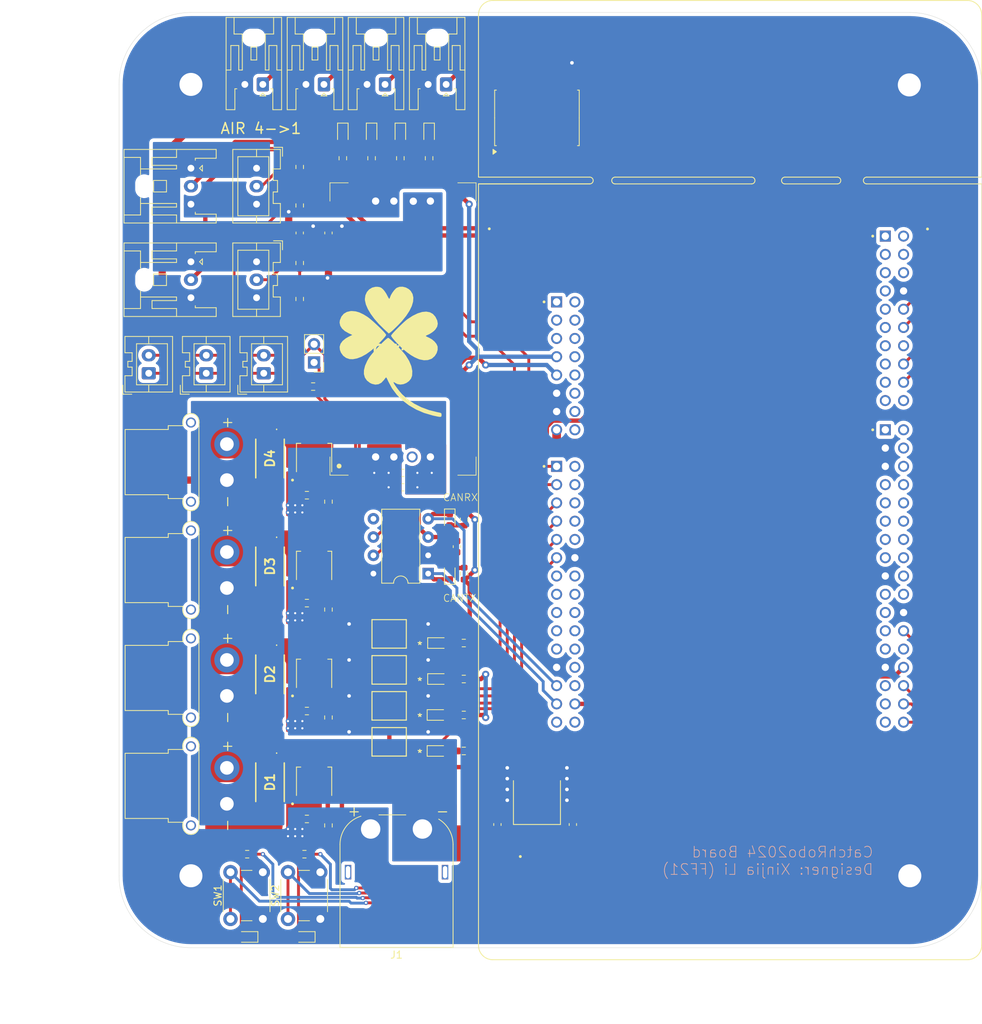
<source format=kicad_pcb>
(kicad_pcb (version 20240108) (generator "pcbnew") (generator_version "8.0")
  (title_block (title "Nucleo F767 Base Board") (date "2024-07-25") (rev "v1.0"))
  (layers (0 "F.Cu" signal) (31 "B.Cu" signal) (34 "B.Paste" user) (35 "F.Paste" user) (36 "B.SilkS" user "B.Silkscreen") (37 "F.SilkS" user "F.Silkscreen") (38 "B.Mask" user) (39 "F.Mask" user) (44 "Edge.Cuts" user))
  (net 0 "")
  (net 1 "GND")
  (net 24 "+9V")
  (net 71 "VDD")
  (net 72 "+5V")
  (net 73 "MOS_IN1")
  (net 74 "MOS_IN2")
  (net 75 "MOS_IN3")
  (net 76 "CANTX")
  (net 77 "CANRX")
  (net 78 "Net-(Q1-G)")
  (net 79 "Net-(Q2-G)")
  (net 80 "Net-(Q3-G)")
  (net 81 "Net-(Q4-G)")
  (net 82 "AIRIN4")
  (net 83 "CANH")
  (net 84 "Net-(J20-Pin_2)")
  (net 85 "Net-(J21-Pin_2)")
  (net 86 "ADC1")
  (net 87 "AIROUT3")
  (net 89 "AIRIN2")
  (net 90 "AIRIN3")
  (net 91 "CANL")
  (net 92 "AIRIN1")
  (net 93 "AIROUT1")
  (net 95 "AIROUT2")
  (net 98 "+5VP")
  (net 99 "Net-(D1-A)")
  (net 100 "Net-(D2-A)")
  (net 101 "Net-(D3-A)")
  (net 102 "Net-(D4-A)")
  (net 103 "AIROUT4")
  (net 104 "PWM1")
  (net 110 "Net-(D7-A)")
  (net 111 "Net-(D8-A)")
  (net 113 "Net-(D5-A)")
  (net 114 "Net-(D6-A)")
  (net 115 "MOS_IN4")
  (net 116 "LED1")
  (net 117 "LED2")
  (net 118 "SW1")
  (net 119 "SW2")
  (net 120 "Net-(D9-A)")
  (net 121 "Net-(D10-A)")
  (net 122 "Net-(D11-A)")
  (net 123 "Net-(D12-A)")
  (net 124 "Net-(D13-A)")
  (net 125 "Net-(D14-A)")
  (net 126 "Net-(D15-A)")
  (net 127 "Net-(D16-A)")
  (net 128 "Net-(J2-Pin_1)")
  (net 129 "PWM2")
  (net 130 "Net-(IC1-Vo)")
  (net 131 "Net-(IC2-Vo)")
  (net 132 "Net-(IC3-Vo)")
  (net 133 "Net-(IC4-Vo)")
  (net 134 "+3.3V")
  (net 135 "ADC2")
  (footprint "Resistor_SMD:R_0603_1608Metric" (layer "F.Cu") (at 77.955 127.65 180)
    (property "Reference" "R16" (hide yes))
    (property "Value" "1k")
  )
  (footprint "Package_DIP:DIP-8_W7.62mm" (layer "F.Cu") (at 73 108 180)
    (property "Reference" "U6" (hide yes))
    (property "Value" "MCP2551-I-P")
  )
  (footprint "TLP152:5PIN_SO6_TOS" (layer "F.Cu") (at 67.5717 116.38 180)
    (property "Reference" "IC4" (hide yes))
    (property "Value" "TLP152" (hide yes))
  )
  (footprint "Connector_JST:JST_XA_B03B-XASK-1_1x03_P2.50mm_Vertical" (layer "F.Cu") (at 49.13 51.65 -90)
    (property "Reference" "J20" (hide yes))
    (property "Value" "Conn_01x03_Pin" (hide yes))
  )
  (footprint "Resistor_SMD:R_0603_1608Metric" (layer "F.Cu") (at 78 100.5 -90)
    (property "Reference" "R22" (hide yes))
    (property "Value" "1k")
  )
  (footprint "Connector_JST:JST_XA_S02B-XASK-1_1x02_P2.50mm_Horizontal" (layer "F.Cu") (at 50 40 180)
    (property "Reference" "J17" (hide yes))
    (property "Value" "Conn_01x02_Pin" (hide yes))
  )
  (footprint "Connector_JST:JST_XA_B03B-XASK-1_1x03_P2.50mm_Vertical" (layer "F.Cu") (at 49.13 64.65 -90)
    (property "Reference" "J21" (hide yes))
    (property "Value" "Conn_01x03_Pin" (hide yes))
  )
  (footprint "LED_SMD:LED_0603_1608Metric" (layer "F.Cu") (at 76 108 90)
    (property "Reference" "D7" (hide yes))
    (property "Value" "LED" (hide yes))
  )
  (footprint "Connector_JST:JST_XA_S03B-XASK-1_1x03_P2.50mm_Horizontal" (layer "F.Cu") (at 40 51.65 -90)
    (property "Reference" "J24" (hide yes))
    (property "Value" "Conn_01x03_Pin" (hide yes))
  )
  (footprint "MC78M09CDTRKG:VREG_MC78M09CDTRKG" (layer "F.Cu") (at 88.13 140.65 90)
    (property "Reference" "U1" (hide yes))
    (property "Value" "MC78M09CDTRKG" (hide yes))
  )
  (footprint "Connector_JST:JST_XA_B02B-XASK-1_1x02_P2.50mm_Vertical" (layer "F.Cu") (at 50.13 80.15 90)
    (property "Reference" "J3" (hide yes))
    (property "Value" "Conn_01x02_Pin" (hide yes))
  )
  (footprint "Capacitor_SMD:C_0603_1608Metric" (layer "F.Cu") (at 82.63 142.875 90)
    (property "Reference" "C2" (hide yes))
    (property "Value" "10u")
  )
  (footprint "LED_SMD:LED_0603_1608Metric" (layer "F.Cu") (at 74.4175 117.65)
    (property "Reference" "D16" (hide yes))
    (property "Value" "LED" (hide yes))
  )
  (footprint "Resistor_SMD:R_0603_1608Metric" (layer "F.Cu") (at 59.13 98 90)
    (property "Reference" "R7" (hide yes))
    (property "Value" "10")
  )
  (footprint "Resistor_SMD:R_0603_1608Metric" (layer "F.Cu") (at 55.13 64.825 -90)
    (property "Reference" "R13" (hide yes))
    (property "Value" "1k")
  )
  (footprint "Resistor_SMD:R_0603_1608Metric" (layer "F.Cu") (at 77.955 132.65 180)
    (property "Reference" "R15" (hide yes))
    (property "Value" "1k")
  )
  (footprint "MOSFET:DPAK127P_600X120-5N" (layer "F.Cu") (at 57.13 92)
    (property "Reference" "Q4" (hide yes))
    (property "Value" "RS6G120BGTB1" (hide yes))
  )
  (footprint "TLP152:5PIN_SO6_TOS" (layer "F.Cu") (at 67.5717 126.38 180)
    (property "Reference" "IC2" (hide yes))
    (property "Value" "TLP152" (hide yes))
  )
  (footprint "Capacitor_SMD:C_0603_1608Metric" (layer "F.Cu") (at 93.13 142.875 90)
    (property "Reference" "C1" (hide yes))
    (property "Value" "10u")
  )
  (footprint "LED_SMD:LED_0603_1608Metric" (layer "F.Cu") (at 74.3425 127.65)
    (property "Reference" "D14" (hide yes))
    (property "Value" "LED" (hide yes))
  )
  (footprint "LED_SMD:LED_0603_1608Metric" (layer "F.Cu") (at 74.3425 132.65)
    (property "Reference" "D13" (hide yes))
    (property "Value" "LED" (hide yes))
  )
  (footprint "Resistor_SMD:R_0603_1608Metric" (layer "F.Cu") (at 77.955 117.65 180)
    (property "Reference" "R18" (hide yes))
    (property "Value" "1k")
  )
  (footprint "Connector_AMASS:AMASS_XT30PW-F_1x02_P2.50mm_Horizontal" (layer "F.Cu") (at 45 110 90)
    (property "Reference" "J6" (hide yes))
    (property "Value" "Conn_01x02_Pin" (hide yes))
  )
  (footprint "Resistor_SMD:R_0603_1608Metric" (layer "F.Cu") (at 59.13 113 90)
    (property "Reference" "R5" (hide yes))
    (property "Value" "10")
  )
  (footprint "Resistor_SMD:R_0603_1608Metric" (layer "F.Cu") (at 69.13 50.26 90)
    (property "Reference" "R23" (hide yes))
    (property "Value" "1k")
  )
  (footprint "PDS540:PDS54013" (layer "F.Cu") (at 51 107 -90)
    (property "Reference" "D3")
    (property "Value" "D" (hide yes))
  )
  (footprint "LED_SMD:LED_0603_1608Metric" (layer "F.Cu") (at 55.7875 158.5 180)
    (property "Reference" "D6" (hide yes))
    (property "Value" "LED" (hide yes))
  )
  (footprint "Capacitor_SMD:C_0603_1608Metric" (layer "F.Cu") (at 59.13 60.65 -90)
    (property "Reference" "C8" (hide yes))
    (property "Value" "10u")
  )
  (footprint "Resistor_SMD:R_0603_1608Metric" (layer "F.Cu") (at 55.13 51.475 -90)
    (property "Reference" "R11" (hide yes))
    (property "Value" "1k")
  )
  (footprint "Button_Switch_THT:SW_PUSH_6mm" (layer "F.Cu") (at 53.5 156 90)
    (property "Reference" "SW2")
    (property "Value" "SW_Push" (hide yes))
  )
  (footprint "Resistor_SMD:R_0603_1608Metric" (layer "F.Cu") (at 56.13 127.1 180)
    (property "Reference" "R4" (hide yes))
    (property "Value" "10k")
  )
  (footprint "MOSFET:DPAK127P_600X120-5N" (layer "F.Cu") (at 57.13 122)
    (property "Reference" "Q2" (hide yes))
    (property "Value" "RS6G120BGTB1" (hide yes))
  )
  (footprint "Resistor_SMD:R_0603_1608Metric" (layer "F.Cu") (at 61.13 50.26 90)
    (property "Reference" "R25" (hide yes))
    (property "Value" "1k")
  )
  (footprint "LED_SMD:LED_0603_1608Metric" (layer "F.Cu") (at 47.825 158.5 180)
    (property "Reference" "D5" (hide yes))
    (property "Value" "LED" (hide yes))
  )
  (footprint "Connector_PinHeader_2.54mm:PinHeader_1x02_P2.54mm_Vertical" (layer "F.Cu") (at 57.13 78.65 180)
    (property "Reference" "J2" (hide yes))
    (property "Value" "Conn_01x02_Pin" (hide yes))
  )
  (footprint "Connector_AMASS:AMASS_XT30PW-F_1x02_P2.50mm_Horizontal" (layer "F.Cu") (at 45 95 90)
    (property "Reference" "J7" (hide yes))
    (property "Value" "Conn_01x02_Pin" (hide yes))
  )
  (footprint "nucleo-f767:ST_NUCLEO-F767ZI" (layer "F.Cu") (at 115 95)
    (property "Reference" "A1" (hide yes))
    (property "Value" "NUCLEO-F767ZI" (hide yes))
  )
  (footprint "library:icon" (layer "F.Cu") (at 67.75 77)
    (property "Reference" "G***")
    (property "Value" "LOGO" (hide yes))
  )
  (footprint "Resistor_SMD:R_0603_1608Metric" (layer "F.Cu") (at 56.13 142.1 180)
    (property "Reference" "R2" (hide yes))
    (property "Value" "10k")
  )
  (footprint "LED_SMD:LED_0603_1608Metric" (layer "F.Cu") (at 69.13 46.8625 -90)
    (property "Reference" "D10" (hide yes))
    (property "Value" "LED" (hide yes))
  )
  (footprint "Resistor_SMD:R_0603_1608Metric" (layer "F.Cu") (at 55.7875 147 180)
    (property "Reference" "R19" (hide yes))
    (property "Value" "1k")
  )
  (footprint "Button_Switch_THT:SW_PUSH_6mm" (layer "F.Cu") (at 45.5 156 90)
    (property "Reference" "SW1")
    (property "Value" "SW_Push" (hide yes))
  )
  (footprint "Capacitor_SMD:C_0603_1608Metric" (layer "F.Cu") (at 69.5 96 180)
    (property "Reference" "C5" (hide yes))
    (property "Value" "10u")
  )
  (footprint "Resistor_SMD:R_0603_1608Metric" (layer "F.Cu") (at 55.13 69.825 -90)
    (property "Reference" "R14" (hide yes))
    (property "Value" "1.5k")
  )
  (footprint "Resistor_SMD:R_0603_1608Metric" (layer "F.Cu") (at 56.13 112.1 180)
    (property "Reference" "R6" (hide yes))
    (property "Value" "10k")
  )
  (footprint "TPS5450-module:TPS5450-module" (layer "F.Cu") (at 69.5 74 90)
    (property "Reference" "U5" (hide yes))
    (property "Value" "TPS5450")
  )
  (footprint "TLP152:5PIN_SO6_TOS" (layer "F.Cu") (at 67.5717 121.38 180)
    (property "Reference" "IC3" (hide yes))
    (property "Value" "TLP152" (hide yes))
  )
  (footprint "Connector_JST:JST_XA_S02B-XASK-1_1x02_P2.50mm_Horizontal" (layer "F.Cu") (at 58.5 40 180)
    (property "Reference" "J16" (hide yes))
    (property "Value" "Conn_01x02_Pin" (hide yes))
  )
  (footprint "LED_SMD:LED_0603_1608Metric" (layer "F.Cu") (at 76 100.5 -90)
    (property "Reference" "D8" (hide yes))
    (property "Value" "LED" (hide yes))
  )
  (footprint "Resistor_SMD:R_0603_1608Metric" (layer "F.Cu") (at 65.13 50.26 90)
    (property "Reference" "R24" (hide yes))
    (property "Value" "1k")
  )
  (footprint "LED_SMD:LED_0603_1608Metric" (layer "F.Cu") (at 65.13 46.8625 -90)
    (property "Reference" "D11" (hide yes))
    (property "Value" "LED" (hide yes))
  )
  (footprint "Connector_JST:JST_XA_S02B-XASK-1_1x02_P2.50mm_Horizontal" (layer "F.Cu") (at 75.5 40 180)
    (property "Reference" "J14" (hide yes))
    (property "Value" "Conn_01x02_Pin" (hide yes))
  )
  (footprint "LED_SMD:LED_0603_1608Metric" (layer "F.Cu") (at 73.13 46.8625 -90)
    (property "Reference" "D9" (hide yes))
    (property "Value" "LED" (hide yes))
  )
  (footprint "Resistor_SMD:R_0603_1608Metric" (layer "F.Cu") (at 47.825 147 180)
    (property "Reference" "R9" (hide yes))
    (property "Value" "1k")
  )
  (footprint "MOSFET:DPAK127P_600X120-5N" (layer "F.Cu") (at 57.13 137)
    (property "Reference" "Q1" (hide yes))
    (property "Value" "RS6G120BGTB1" (hide yes))
  )
  (footprint "LED_SMD:LED_0603_1608Metric" (layer "F.Cu") (at 61.13 46.8625 -90)
    (property "Reference" "D12" (hide yes))
    (property "Value" "LED" (hide yes))
  )
  (footprint "Resistor_SMD:R_0603_1608Metric" (layer "F.Cu") (at 78 108 90)
    (property "Reference" "R21" (hide yes))
    (property "Value" "1k")
  )
  (footprint "Resistor_SMD:R_0603_1608Metric" (layer "F.Cu") (at 73.13 50.26 90)
    (property "Reference" "R20" (hide yes))
    (property "Value" "1k")
  )
  (footprint "Connector_JST:JST_XA_S02B-XASK-1_1x02_P2.50mm_Horizontal" (layer "F.Cu") (at 67 40 180)
    (property "Reference" "J15" (hide yes))
    (property "Value" "Conn_01x02_Pin" (hide yes))
  )
  (footprint "PDS540:PDS54013" (layer "F.Cu") (at 51 92 -90)
    (property "Reference" "D4")
    (property "Value" "D" (hide yes))
  )
  (footprint "Capacitor_SMD:C_0603_1608Metric" (layer "F.Cu") (at 55.13 60.65 -90)
    (property "Reference" "C7" (hide yes))
    (property "Value" "0.1u")
  )
  (footprint "Resistor_SMD:R_0603_1608Metric" (layer "F.Cu") (at 56.13 97.1 180)
    (property "Reference" "R8" (hide yes))
    (property "Value" "10k")
  )
  (footprint "Connector_AMASS:AMASS_XT30PW-F_1x02_P2.50mm_Horizontal" (layer "F.Cu") (at 45 125 90)
    (property "Reference" "J5" (hide yes))
    (property "Value" "Conn_01x02_Pin" (hide yes))
  )
  (footprint "Resistor_SMD:R_0603_1608Metric" (layer "F.Cu") (at 59.13 143 90)
    (property "Reference" "R1" (hide yes))
    (property "Value" "10")
  )
  (footprint "Capacitor_SMD:C_0603_1608Metric" (layer "F.Cu") (at 69.5 94 180)
    (property "Reference" "C6" (hide yes))
    (property "Value" "0.1u")
  )
  (footprint "TLP152:5PIN_SO6_TOS" (layer "F.Cu") (at 67.5717 131.38 180)
    (property "Reference" "IC1" (hide yes))
    (property "Value" "TLP152" (hide yes))
  )
  (footprint "PDS540:PDS54013" (layer "F.Cu") (at 51 137 -90)
    (property "Reference" "D1")
    (property "Value" "D" (hide yes))
  )
  (footprint "Resistor_SMD:R_0603_1608Metric" (layer "F.Cu") (at 57 82 180)
    (property "Reference" "R10" (hide yes))
    (property "Value" "120")
  )
  (footprint "Capacitor_SMD:C_0603_1608Metric" (layer "F.Cu") (at 77 104.25 -90)
    (property "Reference" "C3" (hide yes))
    (property "Value" "0.1u")
  )
  (footprint "Resistor_SMD:R_0603_1608Metric" (layer "F.Cu") (at 77.955 122.65 180)
    (property "Reference" "R17" (hide yes))
    (property "Value" "1k")
  )
  (footprint "Resistor_SMD:R_0603_1608Metric" (layer "F.Cu") (at 55.13 56.825 -90)
    (property "Reference" "R12" (hide yes))
    (property "Value" "1.5k")
  )
  (footprint "Connector_JST:JST_XA_S03B-XASK-1_1x03_P2.50mm_Horizontal" (layer "F.Cu") (at 40 64.65 -90)
    (property "Reference" "J25" (hide yes))
    (property "Value" "Conn_01x03_Pin" (hide yes))
  )
  (footprint "Connector_AMASS:AMASS_XT30PW-F_1x02_P2.50mm_Horizontal" (layer "F.Cu") (at 45 140 90)
    (property "Reference" "J4" (hide yes))
    (property "Value" "Conn_01x02_Pin" (hide yes))
  )
  (footprint "PDS540:PDS54013" (layer "F.Cu") (at 51 122 -90)
    (property "Reference" "D2")
    (property "Value" "D" (hide yes))
  )
  (footprint "Connector_AMASS:AMASS_XT60PW-M_1x02_P7.20mm_Horizontal" (layer "F.Cu") (at 72.2 143.5 180)
    (property "Reference" "J1")
    (property "Value" "Conn_01x02_Pin" (hide yes))
  )
  (footprint "Connector_JST:JST_XA_B02B-XASK-1_1x02_P2.50mm_Vertical" (layer "F.Cu") (at 34.13 80.15 90)
    (property "Reference" "J8" (hide yes))
    (property "Value" "Conn_01x02_Pin" (hide yes))
  )
  (footprint "Connector_JST:JST_XA_B02B-XASK-1_1x02_P2.50mm_Vertical" (layer "F.Cu") (at 42.13 80.15 90)
    (property "Reference" "J9" (hide yes))
    (property "Value" "Conn_01x02_Pin" (hide yes))
  )
  (footprint "LED_SMD:LED_0603_1608Metric" (layer "F.Cu") (at 74.4175 122.65)
    (property "Reference" "D15" (hide yes))
    (property "Value" "LED" (hide yes))
  )
  (footprint "Package_SO:SOIC-18W_7.5x11.6mm_P1.27mm" (layer "F.Cu") (at 88.13 44.65 90)
    (property "Reference" "U4" (hide yes))
    (property "Value" "TBD62783A")
  )
  (footprint "Resistor_SMD:R_0603_1608Metric" (layer "F.Cu") (at 59.13 128 90)
    (property "Reference" "R3" (hide yes))
    (property "Value" "10")
  )
  (footprint "MOSFET:DPAK127P_600X120-5N" (layer "F.Cu") (at 57.13 107)
    (property "Reference" "Q3" (hide yes))
    (property "Value" "RS6G120BGTB1" (hide yes))
  )
  (gr_line (start 150 150) (end 150 40) (stroke (width 0.05)) (layer "Edge.Cuts"))
  (gr_arc (start 150 150) (mid 147.071068 157.071068) (end 140 160) (stroke (width 0.05)) (layer "Edge.Cuts"))
  (gr_arc (start 140 30) (mid 147.071068 32.928932) (end 150 40) (stroke (width 0.05)) (layer "Edge.Cuts"))
  (gr_line (start 30 40) (end 30 150) (stroke (width 0.05)) (layer "Edge.Cuts"))
  (gr_arc (start 30 40) (mid 32.928932 32.928932) (end 40 30) (stroke (width 0.05)) (layer "Edge.Cuts"))
  (gr_arc (start 40 160) (mid 32.928932 157.071068) (end 30 150) (stroke (width 0.05)) (layer "Edge.Cuts"))
  (gr_line (start 40 160) (end 140 160) (stroke (width 0.05)) (layer "Edge.Cuts"))
  (gr_line (start 140 30) (end 40 30) (stroke (width 0.05)) (layer "Edge.Cuts"))
  (gr_text "CatchRobo2024 Board\nDesigner: Xinjia Li (FF21)" (at 135 150 0) (layer "B.SilkS") (effects (font (size 1.5 1.5) (thickness 0.1)) (justify left bottom mirror)))
  (gr_text "CANRX" (at 75 98 0) (layer "F.SilkS") (effects (font (size 1 1) (thickness 0.1)) (justify left bottom)))
  (gr_text "AIR 4->1" (at 44 47 0) (layer "F.SilkS") (effects (font (size 1.5 1.5) (thickness 0.2) (bold yes)) (justify left bottom)))
  (gr_text "CANTX" (at 75 112 0) (layer "F.SilkS") (effects (font (size 1 1) (thickness 0.1)) (justify left bottom)))
  (segment (start 55.13 61.425) (end 54.655 61.425) (width 1) (layer "F.Cu") (net 1))
  (segment (start 50.13 70.65) (end 49.13 69.65) (width 0.4) (layer "F.Cu") (net 1))
  (segment (start 62.11 125.11) (end 62 125) (width 0.6) (layer "F.Cu") (net 1))
  (segment (start 64.13 130.11) (end 62.11 130.11) (width 0.6) (layer "F.Cu") (net 1))
  (segment (start 48.6125 157.3875) (end 48.6125 158.5) (width 0.6) (layer "F.Cu") (net 1))
  (segment (start 62.11 120.11) (end 62 120) (width 0.6) (layer "F.Cu") (net 1))
  (segment (start 59.13 66.77) (end 59 66.9) (width 1) (layer "F.Cu") (net 1))
  (segment (start 73 105.46) (end 76.565 105.46) (width 0.6) (layer "F.Cu") (net 1))
  (segment (start 93.21 37.21) (end 93 37) (width 0.6) (layer "F.Cu") (net 1))
  (segment (start 62.11 115.11) (end 62 115) (width 0.6) (layer "F.Cu") (net 1))
  (segment (start 64.13 120.11) (end 62.11 120.11) (width 0.6) (layer "F.Cu") (net 1))
  (segment (start 93.21 40) (end 93.21 37.21) (width 0.6) (layer "F.Cu") (net 1))
  (segment (start 54.655 61.425) (end 53.6 60.37) (width 1) (layer "F.Cu") (net 1))
  (segment (start 72.89 130.11) (end 73 130) (width 0.6) (layer "F.Cu") (net 1))
  (segment (start 72.89 125.11) (end 73 125) (width 0.6) (layer "F.Cu") (net 1))
  (segment (start 53.65 57.65) (end 53.6 57.7) (width 0.4) (layer "F.Cu") (net 1))
  (segment (start 55.13 70.65) (end 50.13 70.65) (width 0.4) (layer "F.Cu") (net 1))
  (segment (start 93.13 140.33) (end 92.3 139.5) (width 0.6) (layer "F.Cu") (net 1))
  (segment (start 62.11 130.11) (end 62 130) (width 0.6) (layer "F.Cu") (net 1))
  (segment (start 71.0134 130.11) (end 72.89 130.11) (width 0.6) (layer "F.Cu") (net 1))
  (segment (start 71.0134 125.11) (end 72.89 125.11) (width 0.6) (layer "F.Cu") (net 1))
  (segment (start 64.13 115.11) (end 62.11 115.11) (width 0.6) (layer "F.Cu") (net 1))
  (segment (start 82.63 142.1) (end 82.63 140.87) (width 0.6) (layer "F.Cu") (net 1))
  (segment (start 76.565 105.46) (end 77 105.025) (width 0.6) (layer "F.Cu") (net 1))
  (segment (start 48.6125 157.3875) (end 50 156) (width 0.6) (layer "F.Cu") (net 1))
  (segment (start 72.89 120.11) (end 73 120) (width 0.6) (layer "F.Cu") (net 1))
  (segment (start 56.575 157.425) (end 58 156) (width 0.6) (layer "F.Cu") (net 1))
  (segment (start 71.0134 120.11) (end 72.89 120.11) (width 0.6) (layer "F.Cu") (net 1))
  (segment (start 71.0134 115.11) (end 72.89 115.11) (width 0.6) (layer "F.Cu") (net 1))
  (segment (start 59.13 61.425) (end 59.13 66.77) (width 1) (layer "F.Cu") (net 1))
  (segment (start 56.575 157.425) (end 56.575 158.5) (width 0.6) (layer "F.Cu") (net 1))
  (segment (start 82.63 140.87) (end 84 139.5) (width 0.6) (layer "F.Cu") (net 1))
  (segment (start 72.89 115.11) (end 73 115) (width 0.6) (layer "F.Cu") (net 1))
  (segment (start 55.13 57.65) (end 53.65 57.65) (width 0.4) (layer "F.Cu") (net 1))
  (segment (start 64.13 125.11) (end 62.11 125.11) (width 0.6) (layer "F.Cu") (net 1))
  (segment (start 93.13 142.1) (end 93.13 140.33) (width 0.6) (layer "F.Cu") (net 1))
  (segment (start 53.6 60.37) (end 53.6 57.7) (width 1) (layer "F.Cu") (net 1))
  (via (at 67.5 94) (size 0.6) (drill 0.3) (layers "F.Cu" "B.Cu") (net 1))
  (via (at 40 150) (size 0.6) (drill 0.3) (layers "F.Cu" "B.Cu") (net 1))
  (via (at 53.5 113.5) (size 0.6) (drill 0.3) (layers "F.Cu" "B.Cu") (net 1))
  (via (at 62 115) (size 1) (drill 0.5) (layers "F.Cu" "B.Cu") (net 1))
  (via (at 54.5 114.5) (size 0.6) (drill 0.3) (layers "F.Cu" "B.Cu") (net 1))
  (via (at 53.5 98.5) (size 0.6) (drill 0.3) (layers "F.Cu" "B.Cu") (net 1))
  (via (at 140 150) (size 6) (drill 3.2) (layers "F.Cu" "B.Cu") (net 1))
  (via (at 55.5 143.5) (size 0.6) (drill 0.3) (layers "F.Cu" "B.Cu") (net 1))
  (via (at 84 138) (size 1) (drill 0.5) (layers "F.Cu" "B.Cu") (net 1))
  (via (at 92.3 136.5) (size 1) (drill 0.5) (layers "F.Cu" "B.Cu") (net 1))
  (via (at 139.928932 40.071068) (size 6) (drill 3.2) (layers "F.Cu" "B.Cu") (net 1))
  (via (at 54.5 129.5) (size 0.6) (drill 0.3) (layers "F.Cu" "B.Cu") (net 1))
  (via (at 53.5 99.5) (size 0.6) (drill 0.3) (layers "F.Cu" "B.Cu") (net 1))
  (via (at 53.6 57.7) (size 1) (drill 0.5) (layers "F.Cu" "B.Cu") (net 1))
  (via (at 59 66.9) (size 1) (drill 0.5) (layers "F.Cu" "B.Cu") (net 1))
  (via (at 53.5 114.5) (size 0.6) (drill 0.3) (layers "F.Cu" "B.Cu") (net 1))
  (via (at 40 40) (size 6) (drill 3.2) (layers "F.Cu" "B.Cu") (net 1))
  (via (at 92.3 139.5) (size 1) (drill 0.5) (layers "F.Cu" "B.Cu") (net 1))
  (via (at 54.5 143.5) (size 0.6) (drill 0.3) (layers "F.Cu" "B.Cu") (net 1))
  (via (at 55.5 144.5) (size 0.6) (drill 0.3) (layers "F.Cu" "B.Cu") (net 1))
  (via (at 73 130) (size 1) (drill 0.5) (layers "F.Cu" "B.Cu") (net 1))
  (via (at 55.5 129.5) (size 0.6) (drill 0.3) (layers "F.Cu" "B.Cu") (net 1))
  (via (at 73 115) (size 1) (drill 0.5) (layers "F.Cu" "B.Cu") (net 1))
  (via (at 54.5 113.5) (size 0.6) (drill 0.3) (layers "F.Cu" "B.Cu") (net 1))
  (via (at 55.5 99.5) (size 0.6) (drill 0.3) (layers "F.Cu" "B.Cu") (net 1))
  (via (at 53.5 143.5) (size 0.6) (drill 0.3) (layers "F.Cu" "B.Cu") (net 1))
  (via (at 84 139.5) (size 1) (drill 0.5) (layers "F.Cu" "B.Cu") (net 1))
  (via (at 54.5 99.5) (size 0.6) (drill 0.3) (layers "F.Cu" "B.Cu") (net 1))
  (via (at 40 40) (size 0.6) (drill 0.3) (layers "F.Cu" "B.Cu") (net 1))
  (via (at 73 120) (size 1) (drill 0.5) (layers "F.Cu" "B.Cu") (net 1))
  (via (at 62 125) (size 1) (drill 0.5) (layers "F.Cu" "B.Cu") (net 1))
  (via (at 62 130) (size 1) (drill 0.5) (layers "F.Cu" "B.Cu") (net 1))
  (via (at 55.5 98.5) (size 0.6) (drill 0.3) (layers "F.Cu" "B.Cu") (net 1))
  (via (at 62 120) (size 1) (drill 0.5) (layers "F.Cu" "B.Cu") (net 1))
  (via (at 54.5 144.5) (size 0.6) (drill 0.3) (layers "F.Cu" "B.Cu") (net 1))
  (via (at 93 37) (size 1) (drill 0.5) (layers "F.Cu" "B.Cu") (net 1))
  (via (at 65.5 94) (size 0.6) (drill 0.3) (layers "F.Cu" "B.Cu") (net 1))
  (via (at 55.5 113.5) (size 0.6) (drill 0.3) (layers "F.Cu" "B.Cu") (net 1))
  (via (at 40 150) (size 6) (drill 3.2) (layers "F.Cu" "B.Cu") (net 1))
  (via (at 54.5 128.5) (size 0.6) (drill 0.3) (layers "F.Cu" "B.Cu") (net 1))
  (via (at 53.5 144.5) (size 0.6) (drill 0.3) (layers "F.Cu" "B.Cu") (net 1))
  (via (at 54.5 98.5) (size 0.6) (drill 0.3) (layers "F.Cu" "B.Cu") (net 1))
  (via (at 140 150) (size 0.6) (drill 0.3) (layers "F.Cu" "B.Cu") (net 1))
  (via (at 84 135) (size 1) (drill 0.5) (layers "F.Cu" "B.Cu") (net 1))
  (via (at 84 136.5) (size 1) (drill 0.5) (layers "F.Cu" "B.Cu") (net 1))
  (via (at 73 125) (size 1) (drill 0.5) (layers "F.Cu" "B.Cu") (net 1))
  (via (at 139.928932 40.071068) (size 0.6) (drill 0.3) (layers "F.Cu" "B.Cu") (net 1))
  (via (at 67.5 96) (size 0.6) (drill 0.3) (layers "F.Cu" "B.Cu") (net 1))
  (via (at 55.5 128.5) (size 0.6) (drill 0.3) (layers "F.Cu" "B.Cu") (net 1))
  (via (at 53.5 129.5) (size 0.6) (drill 0.3) (layers "F.Cu" "B.Cu") (net 1))
  (via (at 55.5 114.5) (size 0.6) (drill 0.3) (layers "F.Cu" "B.Cu") (net 1))
  (via (at 53.5 128.5) (size 0.6) (drill 0.3) (layers "F.Cu" "B.Cu") (net 1))
  (via (at 92.3 138) (size 1) (drill 0.5) (layers "F.Cu" "B.Cu") (net 1))
  (via (at 92.3 135) (size 1) (drill 0.5) (layers "F.Cu" "B.Cu") (net 1))
  (segment (start 94.35 143.65) (end 93.13 143.65) (width 0.6) (layer "F.Cu") (net 24))
  (segment (start 67.6 134) (end 68.5 134.9) (width 0.6) (layer "F.Cu") (net 24))
  (segment (start 67.6 128.6) (end 67.6 133.3) (width 0.6) (layer "F.Cu") (net 24))
  (segment (start 66.95 132.65) (end 67.6 133.3) (width 0.6) (layer "F.Cu") (net 24))
  (segment (start 95 143) (end 94.35 143.65) (width 0.6) (layer "F.Cu") (net 24))
  (segment (start 97.37 89.87) (end 100 92.5) (width 1.2) (layer "F.Cu") (net 24))
  (segment (start 68.5 134.9) (end 80.1 134.9) (width 0.6) (layer "F.Cu") (net 24))
  (segment (start 95 134.9) (end 95 143) (width 0.6) (layer "F.Cu") (net 24))
  (segment (start 64.13 117.65) (end 66.25 117.65) (width 0.6) (layer "F.Cu") (net 24))
  (segment (start 93.13 143.65) (end 91.81 143.65) (width 0.6) (layer "F.Cu") (net 24))
  (segment (start 64.13 127.65) (end 66.65 127.65) (width 0.6) (layer "F.Cu") (net 24))
  (segment (start 80.1 134.9) (end 82 133) (width 0.6) (layer "F.Cu") (net 24))
  (segment (start 66.85 122.65) (end 67.6 123.4) (width 0.6) (layer "F.Cu") (net 24))
  (segment (start 90.42 145.04) (end 90.63 144.83) (width 0.6) (layer "F.Cu") (net 24))
  (segment (start 66.65 127.65) (end 67.6 128.6) (width 0.6) (layer "F.Cu") (net 24))
  (segment (start 64.13 122.65) (end 66.85 122.65) (width 0.6) (layer "F.Cu") (net 24))
  (segment (start 66.25 117.65) (end 67.6 119) (width 0.6) (layer "F.Cu") (net 24))
  (segment (start 67.6 119) (end 67.6 123.4) (width 0.6) (layer "F.Cu") (net 24))
  (segment (start 67.6 133.3) (end 67.6 134) (width 0.6) (layer "F.Cu") (net 24))
  (segment (start 67.6 123.4) (end 67.6 128.6) (width 0.6) (layer "F.Cu") (net 24))
  (segment (start 82 133) (end 93.1 133) (width 0.6) (layer "F.Cu") (net 24))
  (segment (start 93.1 133) (end 95 134.9) (width 0.6) (layer "F.Cu") (net 24))
  (segment (start 95.96 145.04) (end 90.42 145.04) (width 1.2) (layer "F.Cu") (net 24))
  (segment (start 91.81 143.65) (end 90.42 145.04) (width 0.6) (layer "F.Cu") (net 24))
  (segment (start 90.87 89.87) (end 97.37 89.87) (width 1.2) (layer "F.Cu") (net 24))
  (segment (start 90.87 88.01) (end 90.87 89.87) (width 1.2) (layer "F.Cu") (net 24))
  (segment (start 100 141) (end 95.96 145.04) (width 1.2) (layer "F.Cu") (net 24))
  (segment (start 64.13 132.65) (end 66.95 132.65) (width 0.6) (layer "F.Cu") (net 24))
  (segment (start 100 92.5) (end 100 141) (width 1.2) (layer "F.Cu") (net 24))
  (segment (start 31.7 92.9) (end 33.8 95) (width 1) (layer "F.Cu") (net 71))
  (segment (start 84.45 143.65) (end 82.63 143.65) (width 0.6) (layer "F.Cu") (net 71))
  (segment (start 36 50) (end 36 71) (width 1) (layer "F.Cu") (net 71))
  (segment (start 43.2 42.8) (end 36 50) (width 1) (layer "F.Cu") (net 71))
  (segment (start 31.7 75.3) (end 31.7 92.9) (width 1) (layer "F.Cu") (net 71))
  (segment (start 85.84 145.04) (end 84.45 143.65) (width 0.6) (layer "F.Cu") (net 71))
  (segment (start 89.4 42.8) (end 43.2 42.8) (width 1) (layer "F.Cu") (net 71))
  (segment (start 93.21 49.3) (end 93.21 46.61) (width 1) (layer "F.Cu") (net 71))
  (segment (start 33.8 95) (end 45 95) (width 1) (layer "F.Cu") (net 71))
  (segment (start 36 71) (end 31.7 75.3) (width 1) (layer "F.Cu") (net 71))
  (segment (start 93.21 46.61) (end 89.4 42.8) (width 1) (layer "F.Cu") (net 71))
  (via (at 73.5 94) (size 0.6) (drill 0.3) (layers "F.Cu" "B.Cu") (net 71))
  (via (at 71.5 94) (size 0.6) (drill 0.3) (layers "F.Cu" "B.Cu") (net 71))
  (via (at 71.5 96) (size 0.6) (drill 0.3) (layers "F.Cu" "B.Cu") (net 71))
  (segment (start 78.285786 78) (end 80 78) (width 0.6) (layer "F.Cu") (net 72))
  (segment (start 76.445 102.92) (end 77 103.475) (width 0.6) (layer "F.Cu") (net 72))
  (segment (start 71.7 101.62) (end 71.7 99.3) (width 0.6) (layer "F.Cu") (net 72))
  (segment (start 77 97) (end 77 79.285786) (width 0.6) (layer "F.Cu") (net 72))
  (segment (start 76 98) (end 77 97) (width 0.6) (layer "F.Cu") (net 72))
  (segment (start 73 98) (end 76 98) (width 0.6) (layer "F.Cu") (net 72))
  (segment (start 71.7 99.3) (end 73 98) (width 0.6) (layer "F.Cu") (net 72))
  (segment (start 73 102.92) (end 76.445 102.92) (width 0.6) (layer "F.Cu") (net 72))
  (segment (start 80 78) (end 81 79) (width 0.6) (layer "F.Cu") (net 72))
  (segment (start 73 102.92) (end 71.7 101.62) (width 0.6) (layer "F.Cu") (net 72))
  (segment (start 77 79.285786) (end 78.285786 78) (width 0.6) (layer "F.Cu") (net 72))
  (via (at 81 79) (size 1) (drill 0.5) (layers "F.Cu" "B.Cu") (net 72))
  (segment (start 81 79) (end 89.48 79) (width 0.6) (layer "B.Cu") (net 72))
  (segment (start 89.48 79) (end 90.87 80.39) (width 0.6) (layer "B.Cu") (net 72))
  (segment (start 90.87 105.79) (end 86 110.66) (width 0.4) (layer "F.Cu") (net 73))
  (segment (start 86 110.66) (end 86 126) (width 0.4) (layer "F.Cu") (net 73))
  (segment (start 86 126) (end 85.225 126.775) (width 0.4) (layer "F.Cu") (net 73))
  (segment (start 78.32593 126.775) (end 77.98 127.12093) (width 0.4) (layer "F.Cu") (net 73))
  (segment (start 85.225 126.775) (end 78.32593 126.775) (width 0.4) (layer "F.Cu") (net 73))
  (segment (start 77.98 127.12093) (end 77.98 128.225) (width 0.4) (layer "F.Cu") (net 73))
  (segment (start 77.98 128.225) (end 73.555 132.65) (width 0.4) (layer "F.Cu") (net 73))
  (segment (start 73.555 132.65) (end 71.0134 132.65) (width 0.4) (layer "F.Cu") (net 73))
  (segment (start 85 125) (end 84 126) (width 0.4) (layer "F.Cu") (net 74))
  (segment (start 84 126) (end 75.205 126) (width 0.4) (layer "F.Cu") (net 74))
  (segment (start 75.205 126) (end 73.555 127.65) (width 0.4) (layer "F.Cu") (net 74))
  (segment (start 85 109.12) (end 85 125) (width 0.4) (layer "F.Cu") (net 74))
  (segment (start 90.87 103.25) (end 85 109.12) (width 0.4) (layer "F.Cu") (net 74))
  (segment (start 73.555 127.65) (end 71.0134 127.65) (width 0.4) (layer "F.Cu") (net 74))
  (segment (start 75.98 125) (end 73.63 122.65) (width 0.4) (layer "F.Cu") (net 75))
  (segment (start 73.63 122.65) (end 71.0134 122.65) (width 0.4) (layer "F.Cu") (net 75))
  (segment (start 84 124) (end 83 125) (width 0.4) (layer "F.Cu") (net 75))
  (segment (start 90.87 100.71) (end 84 107.58) (width 0.4) (layer "F.Cu") (net 75))
  (segment (start 84 107.58) (end 84 124) (width 0.4) (layer "F.Cu") (net 75))
  (segment (start 83 125) (end 75.98 125) (width 0.4) (layer "F.Cu") (net 75))
  (segment (start 73 108) (end 73.7875 108.7875) (width 0.6) (layer "F.Cu") (net 76))
  (segment (start 73.7875 108.7875) (end 76 108.7875) (width 0.6) (layer "F.Cu") (net 76))
  (segment (start 75 108) (end 73 108) (width 0.4) (layer "B.Cu") (net 76))
  (segment (start 90.87 126.11) (end 89 124.24) (width 0.4) (layer "B.Cu") (net 76))
  (segment (start 89 123) (end 77 111) (width 0.4) (layer "B.Cu") (net 76))
  (segment (start 77 110) (end 75 108) (width 0.4) (layer "B.Cu") (net 76))
  (segment (start 77 111) (end 77 110) (width 0.4) (layer "B.Cu") (net 76))
  (segment (start 89 124.24) (end 89 123) (width 0.4) (layer "B.Cu") (net 76))
  (segment (start 73.6675 99.7125) (end 76 99.7125) (width 0.6) (layer "F.Cu") (net 77))
  (segment (start 73 100.38) (end 73.6675 99.7125) (width 0.6) (layer "F.Cu") (net 77))
  (segment (start 90.87 123.57) (end 78 110.7) (width 0.4) (layer "B.Cu") (net 77))
  (segment (start 78 102) (end 76.38 100.38) (width 0.4) (layer "B.Cu") (net 77))
  (segment (start 76.38 100.38) (end 73 100.38) (width 0.4) (layer "B.Cu") (net 77))
  (segment (start 78 110.7) (end 78 102) (width 0.4) (layer "B.Cu") (net 77))
  (segment (start 59.035 142.08) (end 59.13 142.175) (width 0.6) (layer "F.Cu") (net 78))
  (segment (start 59.035 139.65) (end 59.035 142.08) (width 0.6) (layer "F.Cu") (net 78))
  (segment (start 56.955 142.1) (end 59.055 142.1) (width 0.6) (layer "F.Cu") (net 78))
  (segment (start 59.055 142.1) (end 59.13 142.175) (width 0.6) (layer "F.Cu") (net 78))
  (segment (start 59.035 127.08) (end 59.13 127.175) (width 0.6) (layer "F.Cu") (net 79))
  (segment (start 56.955 127.1) (end 59.055 127.1) (width 0.6) (layer "F.Cu") (net 79))
  (segment (start 59.055 127.1) (end 59.13 127.175) (width 0.6) (layer "F.Cu") (net 79))
  (segment (start 59.035 124.65) (end 59.035 127.08) (width 0.6) (layer "F.Cu") (net 79))
  (segment (start 56.955 112.1) (end 59.055 112.1) (width 0.6) (layer "F.Cu") (net 80))
  (segment (start 59.055 112.1) (end 59.13 112.175) (width 0.6) (layer "F.Cu") (net 80))
  (segment (start 59.035 112.08) (end 59.13 112.175) (width 0.6) (layer "F.Cu") (net 80))
  (segment (start 59.035 109.65) (end 59.035 112.08) (width 0.6) (layer "F.Cu") (net 80))
  (segment (start 56.955 97.1) (end 59.055 97.1) (width 0.6) (layer "F.Cu") (net 81))
  (segment (start 59.055 97.1) (end 59.13 97.175) (width 0.6) (layer "F.Cu") (net 81))
  (segment (start 59.035 97.08) (end 59.13 97.175) (width 0.6) (layer "F.Cu") (net 81))
  (segment (start 59.035 94.65) (end 59.035 97.08) (width 0.6) (layer "F.Cu") (net 81))
  (segment (start 61.13 46.075) (end 63.105 44.1) (width 0.4) (layer "F.Cu") (net 82))
  (segment (start 87.764999 44.1) (end 91.94 48.275001) (width 0.4) (layer "F.Cu") (net 82))
  (segment (start 63.105 44.1) (end 87.764999 44.1) (width 0.4) (layer "F.Cu") (net 82))
  (segment (start 91.94 48.275001) (end 91.94 49.3) (width 0.4) (layer "F.Cu") (net 82))
  (segment (start 91.94 49.3) (end 91.94 52.94) (width 0.4) (layer "F.Cu") (net 82))
  (segment (start 141 55) (end 144 58) (width 0.4) (layer "F.Cu") (net 82))
  (segment (start 144 58) (end 144 76.536) (width 0.4) (layer "F.Cu") (net 82))
  (segment (start 91.94 52.94) (end 94 55) (width 0.4) (layer "F.Cu") (net 82))
  (segment (start 94 55) (end 141 55) (width 0.4) (layer "F.Cu") (net 82))
  (segment (start 144 76.536) (end 139.13 81.406) (width 0.4) (layer "F.Cu") (net 82))
  (segment (start 42.13 77.65) (end 50.13 77.65) (width 0.4) (layer "F.Cu") (net 83))
  (segment (start 63.427 95.28171) (end 67.427 99.281709) (width 0.4) (layer "F.Cu") (net 83))
  (segment (start 55.59 77.65) (end 57.13 76.11) (width 0.4) (layer "F.Cu") (net 83))
  (segment (start 58.625 77.605) (end 58.625 83.70471) (width 0.4) (layer "F.Cu") (net 83))
  (segment (start 58.625 83.70471) (end 63.427 88.506709) (width 0.4) (layer "F.Cu") (net 83))
  (segment (start 67.427 99.281709) (end 67.427 103.733) (width 0.4) (layer "F.Cu") (net 83))
  (segment (start 34.13 77.65) (end 42.13 77.65) (width 0.4) (layer "F.Cu") (net 83))
  (segment (start 63.427 88.506709) (end 63.427 95.28171) (width 0.4) (layer "F.Cu") (net 83))
  (segment (start 50.13 77.65) (end 55.59 77.65) (width 0.4) (layer "F.Cu") (net 83))
  (segment (start 67.427 103.733) (end 65.51 105.65) (width 0.4) (layer "F.Cu") (net 83))
  (segment (start 57.13 76.11) (end 58.625 77.605) (width 0.4) (layer "F.Cu") (net 83))
  (segment (start 53.35 50.65) (end 49.85 54.15) (width 0.4) (layer "F.Cu") (net 84))
  (segment (start 49.85 54.15) (end 49.13 54.15) (width 0.4) (layer "F.Cu") (net 84))
  (segment (start 55.13 50.65) (end 53.35 50.65) (width 0.4) (layer "F.Cu") (net 84))
  (segment (start 54 64) (end 55.13 64) (width 0.4) (layer "F.Cu") (net 85))
  (segment (start 50.85 67.15) (end 54 64) (width 0.4) (layer "F.Cu") (net 85))
  (segment (start 49.13 67.15) (end 50.85 67.15) (width 0.4) (layer "F.Cu") (net 85))
  (segment (start 87.63 95.63) (end 90.87 95.63) (width 0.4) (layer "F.Cu") (net 86))
  (segment (start 48 73) (end 76.272793 73) (width 0.4) (layer "F.Cu") (net 86))
  (segment (start 85 93) (end 87.63 95.63) (width 0.4) (layer "F.Cu") (net 86))
  (segment (start 85 79) (end 85 93) (width 0.4) (layer "F.Cu") (net 86))
  (segment (start 46 71) (end 48 73) (width 0.4) (layer "F.Cu") (net 86))
  (segment (start 55.13 56) (end 55.13 52.3) (width 0.4) (layer "F.Cu") (net 86))
  (segment (start 46 64.027207) (end 46 71) (width 0.4) (layer "F.Cu") (net 86))
  (segment (start 54.027207 56) (end 46 64.027207) (width 0.4) (layer "F.Cu") (net 86))
  (segment (start 76.272793 73) (end 78.272793 75) (width 0.4) (layer "F.Cu") (net 86))
  (segment (start 55.13 56) (end 54.027207 56) (width 0.4) (layer "F.Cu") (net 86))
  (segment (start 81 75) (end 85 79) (width 0.4) (layer "F.Cu") (net 86))
  (segment (start 78.272793 75) (end 81 75) (width 0.4) (layer "F.Cu") (net 86))
  (segment (start 61.954 36.546) (end 58.5 40) (width 0.6) (layer "F.Cu") (net 87))
  (segment (start 87.894394 36.546) (end 61.954 36.546) (width 0.6) (layer "F.Cu") (net 87))
  (segment (start 90.67 40) (end 90.67 39.321606) (width 0.6) (layer "F.Cu") (net 87))
  (segment (start 90.67 39.321606) (end 87.894394 36.546) (width 0.6) (layer "F.Cu") (net 87))
  (segment (start 142 59.627355) (end 142 70.916) (width 0.4) (layer "F.Cu") (net 89))
  (segment (start 90 57) (end 139.372645 57) (width 0.4) (layer "F.Cu") (net 89))
  (segment (start 69.9675 45.2375) (end 81.982791 45.2375) (width 0.4) (layer "F.Cu") (net 89))
  (segment (start 84.32 49.3) (end 84.32 51.32) (width 0.4) (layer "F.Cu") (net 89))
  (segment (start 69.13 46.075) (end 69.9675 45.2375) (width 0.4) (layer "F.Cu") (net 89))
  (segment (start 139.372645 57) (end 142 59.627355) (width 0.4) (layer "F.Cu") (net 89))
  (segment (start 84.32 47.574709) (end 84.32 49.3) (width 0.4) (layer "F.Cu") (net 89))
  (segment (start 142 70.916) (end 139.13 73.786) (width 0.4) (layer "F.Cu") (net 89))
  (segment (start 84.32 51.32) (end 90 57) (width 0.4) (layer "F.Cu") (net 89))
  (segment (start 81.982791 45.2375) (end 84.32 47.574709) (width 0.4) (layer "F.Cu") (net 89))
  (segment (start 86.7105 44.7105) (end 90.67 48.67) (width 0.4) (layer "F.Cu") (net 90))
  (segment (start 93 56) (end 140 56) (width 0.4) (layer "F.Cu") (net 90))
  (segment (start 140 56) (end 143 59) (width 0.4) (layer "F.Cu") (net 90))
  (segment (start 65.13 46.075) (end 66.4945 44.7105) (width 0.4) (layer "F.Cu") (net 90))
  (segment (start 90.67 48.67) (end 90.67 49.3) (width 0.4) (layer "F.Cu") (net 90))
  (segment (start 66.4945 44.7105) (end 86.7105 44.7105) (width 0.4) (layer "F.Cu") (net 90))
  (segment (start 143 74.996) (end 139.13 78.866) (width 0.4) (layer "F.Cu") (net 90))
  (segment (start 90.67 49.3) (end 90.67 53.67) (width 0.4) (layer "F.Cu") (net 90))
  (segment (start 90.67 53.67) (end 93 56) (width 0.4) (layer "F.Cu") (net 90))
  (segment (start 143 59) (end 143 74.996) (width 0.4) (layer "F.Cu") (net 90))
  (segment (start 50.13 80.15) (end 54.325 80.15) (width 0.4) (layer "F.Cu") (net 91))
  (segment (start 62.9 95.5) (end 66.9 99.5) (width 0.4) (layer "F.Cu") (net 91))
  (segment (start 62.9 88.725) (end 62.9 95.5) (width 0.4) (layer "F.Cu") (net 91))
  (segment (start 34.13 80.15) (end 42.13 80.15) (width 0.4) (layer "F.Cu") (net 91))
  (segment (start 42.13 80.15) (end 50.13 80.15) (width 0.4) (layer "F.Cu") (net 91))
  (segment (start 66.9 101.72) (end 65.51 103.11) (width 0.4) (layer "F.Cu") (net 91))
  (segment (start 56.175 82) (end 62.9 88.725) (width 0.4) (layer "F.Cu") (net 91))
  (segment (start 66.9 99.5) (end 66.9 101.72) (width 0.4) (layer "F.Cu") (net 91))
  (segment (start 54.325 80.15) (end 56.175 82) (width 0.4) (layer "F.Cu") (net 91))
  (segment (start 83.05 47.05) (end 83.05 49.3) (width 0.4) (layer "F.Cu") (net 92))
  (segment (start 141 69.376) (end 139.13 71.246) (width 0.4) (layer "F.Cu") (net 92))
  (segment (start 83.05 51.5) (end 89.55 58) (width 0.4) (layer "F.Cu") (net 92))
  (segment (start 141 60) (end 141 69.376) (width 0.4) (layer "F.Cu") (net 92))
  (segment (start 83.05 49.3) (end 83.05 51.5) (width 0.4) (layer "F.Cu") (net 92))
  (segment (start 73.13 46.075) (end 82.075 46.075) (width 0.4) (layer "F.Cu") (net 92))
  (segment (start 82.075 46.075) (end 83.05 47.05) (width 0.4) (layer "F.Cu") (net 92))
  (segment (start 89.55 58) (end 139 58) (width 0.4) (layer "F.Cu") (net 92))
  (segment (start 139 58) (end 141 60) (width 0.4) (layer "F.Cu") (net 92))
  (segment (start 77.5 38) (end 75.5 40) (width 0.6) (layer "F.Cu") (net 93))
  (segment (start 83.05 39.05) (end 82 38) (width 0.6) (layer "F.Cu") (net 93))
  (segment (start 82 38) (end 77.5 38) (width 0.6) (layer "F.Cu") (net 93))
  (segment (start 83.05 40) (end 83.05 39.05) (width 0.6) (layer "F.Cu") (net 93))
  (segment (start 84.32 40) (end 84.32 38.975001) (width 0.6) (layer "F.Cu") (net 95))
  (segment (start 84.32 38.975001) (end 82.617999 37.273) (width 0.6) (layer "F.Cu") (net 95))
  (segment (start 69.727 37.273) (end 67 40) (width 0.6) (layer "F.Cu") (net 95))
  (segment (start 82.617999 37.273) (end 69.727 37.273) (width 0.6) (layer "F.Cu") (net 95))
  (segment (start 60.825 59.875) (end 61 59.7) (width 1) (layer "F.Cu") (net 98))
  (segment (start 55.13 59.875) (end 56.825 59.875) (width 1) (layer "F.Cu") (net 98))
  (segment (start 59.13 59.875) (end 60.825 59.875) (width 1) (layer "F.Cu") (net 98))
  (segment (start 56.825 59.875) (end 57 59.7) (width 1) (layer "F.Cu") (net 98))
  (via (at 61 59.7) (size 1) (drill 0.5) (layers "F.Cu" "B.Cu") (net 98))
  (via (at 57 59.7) (size 1) (drill 0.5) (layers "F.Cu" "B.Cu") (net 98))
  (segment (start 91.94 38.975001) (end 88.783999 35.819) (width 0.6) (layer "F.Cu") (net 103))
  (segment (start 88.783999 35.819) (end 54.181 35.819) (width 0.6) (layer "F.Cu") (net 103))
  (segment (start 54.181 35.819) (end 50 40) (width 0.6) (layer "F.Cu") (net 103))
  (segment (start 91.94 40) (end 91.94 38.975001) (width 0.6) (layer "F.Cu") (net 103))
  (segment (start 56.028134 48) (end 62 53.971866) (width 0.6) (layer "F.Cu") (net 104))
  (segment (start 40 54.15) (end 46.15 48) (width 0.6) (layer "F.Cu") (net 104))
  (segment (start 62 57) (end 65 60) (width 0.6) (layer "F.Cu") (net 104))
  (segment (start 101.75 91.75) (end 101.75 119.25) (width 0.6) (layer "F.Cu") (net 104))
  (segment (start 137.865 122.295) (end 139.13 121.03) (width 0.6) (layer "F.Cu") (net 104))
  (segment (start 104.795 122.295) (end 137.865 122.295) (width 0.6) (layer "F.Cu") (net 104))
  (segment (start 99 64) (end 99 89) (width 0.6) (layer "F.Cu") (net 104))
  (segment (start 101.75 119.25) (end 104.795 122.295) (width 0.6) (layer "F.Cu") (net 104))
  (segment (start 99 89) (end 101.75 91.75) (width 0.6) (layer "F.Cu") (net 104))
  (segment (start 95 60) (end 99 64) (width 0.6) (layer "F.Cu") (net 104))
  (segment (start 62 53.971866) (end 62 57) (width 0.6) (layer "F.Cu") (net 104))
  (segment (start 65 60) (end 95 60) (width 0.6) (layer "F.Cu") (net 104))
  (segment (start 46.15 48) (end 56.028134 48) (width 0.6) (layer "F.Cu") (net 104))
  (segment (start 77.9625 107.2125) (end 78 107.175) (width 0.6) (layer "F.Cu") (net 110))
  (segment (start 76 107.2125) (end 77.9625 107.2125) (width 0.6) (layer "F.Cu") (net 110))
  (segment (start 76 101.2875) (end 77.9625 101.2875) (width 0.6) (layer "F.Cu") (net 111))
  (segment (start 77.9625 101.2875) (end 78 101.325) (width 0.6) (layer "F.Cu") (net 111))
  (segment (start 47 158.4625) (end 47.0375 158.5) (width 0.4) (layer "F.Cu") (net 113))
  (segment (start 47 147) (end 47 158.4625) (width 0.4) (layer "F.Cu") (net 113))
  (segment (start 54.9625 147) (end 54.9625 158.4625) (width 0.4) (layer "F.Cu") (net 114))
  (segment (start 54.9625 158.4625) (end 55 158.5) (width 0.4) (layer "F.Cu") (net 114))
  (segment (start 77.93 123.12907) (end 77.93 121.95) (width 0.4) (layer "F.Cu") (net 115))
  (segment (start 83 123) (end 82 124) (width 0.4) (layer "F.Cu") (net 115))
  (segment (start 83 106.04) (end 83 123) (width 0.4) (layer "F.Cu") (net 115))
  (segment (start 90.87 98.17) (end 83 106.04) (width 0.4) (layer "F.Cu") (net 115))
  (segment (start 82 124) (end 78.80093 124) (width 0.4) (layer "F.Cu") (net 115))
  (segment (start 78.80093 124) (end 77.93 123.12907) (width 0.4) (layer "F.Cu") (net 115))
  (segment (start 73.63 117.65) (end 71.0134 117.65) (width 0.4) (layer "F.Cu") (net 115))
  (segment (start 77.93 121.95) (end 73.63 117.65) (width 0.4) (layer "F.Cu") (net 115))
  (segment (start 143.75 128.19) (end 139.13 123.57) (width 0.4) (layer "F.Cu") (net 116))
  (segment (start 48.65 147) (end 50 147) (width 0.4) (layer "F.Cu") (net 116))
  (segment (start 133 136.25) (end 140.5 136.25) (width 0.4) (layer "F.Cu") (net 116))
  (segment (start 140.5 136.25) (end 143.75 133) (width 0.4) (layer "F.Cu") (net 116))
  (segment (start 116.184358 153.065642) (end 133 136.25) (width 0.4) (layer "F.Cu") (net 116))
  (segment (start 63.934358 153.065642) (end 116.184358 153.065642) (width 0.4) (layer "F.Cu") (net 116))
  (segment (start 143.75 133) (end 143.75 128.19) (width 0.4) (layer "F.Cu") (net 116))
  (segment (start 63.9 153.1) (end 63.934358 153.065642) (width 0.4) (layer "F.Cu") (net 116))
  (via (at 63.9 153.1) (size 0.6) (drill 0.3) (layers "F.Cu" "B.Cu") (net 116))
  (via (at 50 147) (size 0.6) (drill 0.3) (layers "F.Cu" "B.Cu") (net 116))
  (segment (start 63.01005 153) (end 63.11005 153.1) (width 0.4) (layer "B.Cu") (net 116))
  (segment (start 51.4 152.4) (end 52 153) (width 0.4) (layer "B.Cu") (net 116))
  (segment (start 51.4 148.4) (end 51.4 152.4) (width 0.4) (layer "B.Cu") (net 116))
  (segment (start 63.11005 153.1) (end 63.9 153.1) (width 0.4) (layer "B.Cu") (net 116))
  (segment (start 50 147) (end 51.4 148.4) (width 0.4) (layer "B.Cu") (net 116))
  (segment (start 52 153) (end 63.01005 153) (width 0.4) (layer "B.Cu") (net 116))
  (segment (start 56.6125 147) (end 58 147) (width 0.4) (layer "F.Cu") (net 117))
  (segment (start 63 151.7) (end 115.55 151.7) (width 0.4) (layer "F.Cu") (net 117))
  (segment (start 141.15 128.65) (end 139.13 128.65) (width 0.4) (layer "F.Cu") (net 117))
  (segment (start 140 134.75) (end 142.25 132.5) (width 0.4) (layer "F.Cu") (net 117))
  (segment (start 132.5 134.75) (end 140 134.75) (width 0.4) (layer "F.Cu") (net 117))
  (segment (start 115.55 151.7) (end 132.5 134.75) (width 0.4) (layer "F.Cu") (net 117))
  (segment (start 142.25 129.75) (end 141.15 128.65) (width 0.4) (layer "F.Cu") (net 117))
  (segment (start 142.25 132.5) (end 142.25 129.75) (width 0.4) (layer "F.Cu") (net 117))
  (via (at 58 147) (size 0.6) (drill 0.3) (layers "F.Cu" "B.Cu") (net 117))
  (via (at 63 151.7) (size 0.6) (drill 0.3) (layers "F.Cu" "B.Cu") (net 117))
  (segment (start 59.4 151.746) (end 59.6 151.946) (width 0.4) (layer "B.Cu") (net 117))
  (segment (start 59.4 148.4) (end 59.4 151.746) (width 0.4) (layer "B.Cu") (net 117))
  (segment (start 62.754 151.946) (end 63 151.7) (width 0.4) (layer "B.Cu") (net 117))
  (segment (start 59.6 151.946) (end 62.754 151.946) (width 0.4) (layer "B.Cu") (net 117))
  (segment (start 58 147) (end 59.4 148.4) (width 0.4) (layer "B.Cu") (net 117))
  (segment (start 140.75 137) (end 144.5 133.25) (width 0.4) (layer "F.Cu") (net 118))
  (segment (start 144.5 133.25) (end 144.5 121.32) (width 0.4) (layer "F.Cu") (net 118))
  (segment (start 133.25 137) (end 140.75 137) (width 0.4) (layer "F.Cu") (net 118))
  (segment (start 116.484358 153.765642) (end 133.25 137) (width 0.4) (layer "F.Cu") (net 118))
  (segment (start 144.5 121.32) (end 139.13 115.95) (width 0.4) (layer "F.Cu") (net 118))
  (segment (start 64.343761 153.765642) (end 116.484358 153.765642) (width 0.4) (layer "F.Cu") (net 118))
  (segment (start 45.5 149.5) (end 45.5 156) (width 0.4) (layer "F.Cu") (net 118))
  (via (at 64.343761 153.765642) (size 0.6) (drill 0.3) (layers "F.Cu" "B.Cu") (net 118))
  (segment (start 64.309403 153.8) (end 64.343761 153.765642) (width 0.4) (layer "B.Cu") (net 118))
  (segment (start 45.5 149.5) (end 49.527 153.527) (width 0.4) (layer "B.Cu") (net 118))
  (segment (start 49.527 153.527) (end 62 153.527) (width 0.4) (layer "B.Cu") (net 118))
  (segment (start 62.273 153.8) (end 64.309403 153.8) (width 0.4) (layer "B.Cu") (net 118))
  (segment (start 62 153.527) (end 62.273 153.8) (width 0.4) (layer "B.Cu") (net 118))
  (segment (start 132.723 135.527) (end 140.218291 135.527) (width 0.4) (layer "F.Cu") (net 119))
  (segment (start 143.027 128.925127) (end 140.211873 126.11) (width 0.4) (layer "F.Cu") (net 119))
  (segment (start 115.85 152.4) (end 132.723 135.527) (width 0.4) (layer "F.Cu") (net 119))
  (segment (start 53.5 149.5) (end 53.5 156) (width 0.4) (layer "F.Cu") (net 119))
  (segment (start 143.027 132.718291) (end 143.027 128.925127) (width 0.4) (layer "F.Cu") (net 119))
  (segment (start 140.211873 126.11) (end 139.13 126.11) (width 0.4) (layer "F.Cu") (net 119))
  (segment (start 63.4 152.4) (end 115.85 152.4) (width 0.4) (layer "F.Cu") (net 119))
  (segment (start 140.218291 135.527) (end 143.027 132.718291) (width 0.4) (layer "F.Cu") (net 119))
  (via (at 63.4 152.4) (size 0.6) (drill 0.3) (layers "F.Cu" "B.Cu") (net 119))
  (segment (start 56.473 152.473) (end 63.327 152.473) (width 0.4) (layer "B.Cu") (net 119))
  (segment (start 53.5 149.5) (end 56.473 152.473) (width 0.4) (layer "B.Cu") (net 119))
  (segment (start 63.327 152.473) (end 63.4 152.4) (width 0.4) (layer "B.Cu") (net 119))
  (segment (start 73.13 47.65) (end 73.13 49.435) (width 0.4) (layer "F.Cu") (net 120))
  (segment (start 69.13 47.65) (end 69.13 49.435) (width 0.4) (layer "F.Cu") (net 121))
  (segment (start 65.13 47.65) (end 65.13 49.435) (width 0.4) (layer "F.Cu") (net 122))
  (segment (start 61.13 47.65) (end 61.13 49.435) (width 0.4) (layer "F.Cu") (net 123))
  (segment (start 75.13 132.65) (end 77.13 132.65) (width 0.4) (layer "F.Cu") (net 124))
  (segment (start 75.13 127.65) (end 77.13 127.65) (width 0.4) (layer "F.Cu") (net 125))
  (segment (start 75.205 122.65) (end 77.13 122.65) (width 0.4) (layer "F.Cu") (net 126))
  (segment (start 75.205 117.65) (end 77.13 117.65) (width 0.4) (layer "F.Cu") (net 127))
  (segment (start 57.13 78.65) (end 57.825 79.345) (width 0.4) (layer "F.Cu") (net 128))
  (segment (start 57.825 79.345) (end 57.825 82) (width 0.4) (layer "F.Cu") (net 128))
  (segment (start 89.5 87.591019) (end 89.5 90.325) (width 0.6) (layer "F.Cu") (net 129))
  (segment (start 55.5 49) (end 61 54.5) (width 0.6) (layer "F.Cu") (net 129))
  (segment (start 98 65) (end 98 83) (width 0.6) (layer "F.Cu") (net 129))
  (segment (start 89.5 90.325) (end 90.425 91.25) (width 0.6) (layer "F.Cu") (net 129))
  (segment (start 64.485933 61) (end 94 61) (width 0.6) (layer "F.Cu") (net 129))
  (segment (start 90.425 91.25) (end 96.5 91.25) (width 0.6) (layer "F.Cu") (net 129))
  (segment (start 61 57.514067) (end 64.485933 61) (width 0.6) (layer "F.Cu") (net 129))
  (segment (start 90.356019 86.735) (end 89.5 87.591019) (width 0.6) (layer "F.Cu") (net 129))
  (segment (start 96.5 91.25) (end 98.5 93.25) (width 0.6) (layer "F.Cu") (net 129))
  (segment (start 94 61) (end 98 65) (width 0.6) (layer "F.Cu") (net 129))
  (segment (start 47 49) (end 55.5 49) (width 0.6) (layer "F.Cu") (net 129))
  (segment (start 42 65.15) (end 42 54) (width 0.6) (layer "F.Cu") (net 129))
  (segment (start 61 54.5) (end 61 57.514067) (width 0.6) (layer "F.Cu") (net 129))
  (segment (start 98 83) (end 94.265 86.735) (width 0.6) (layer "F.Cu") (net 129))
  (segment (start 40 67.15) (end 42 65.15) (width 0.6) (layer "F.Cu") (net 129))
  (segment (start 94.265 86.735) (end 90.356019 86.735) (width 0.6) (layer "F.Cu") (net 129))
  (segment (start 42 54) (end 47 49) (width 0.6) (layer "F.Cu") (net 129))
  (segment (start 96.39 126.11) (end 93.41 126.11) (width 0.6) (layer "F.Cu") (net 129))
  (segment (start 98.5 124) (end 96.39 126.11) (width 0.6) (layer "F.Cu") (net 129))
  (segment (start 98.5 93.25) (end 98.5 124) (width 0.6) (layer "F.Cu") (net 129))
  (segment (start 61 132) (end 61.6 131.4) (width 0.6) (layer "F.Cu") (net 130))
  (segment (start 64.11 131.4) (end 64.13 131.38) (width 0.6) (layer "F.Cu") (net 130))
  (segment (start 61 141.955) (end 61 132) (width 0.6) (layer "F.Cu") (net 130))
  (segment (start 61.6 131.4) (end 64.11 131.4) (width 0.6) (layer "F.Cu") (net 130))
  (segment (start 59.13 143.825) (end 61 141.955) (width 0.6) (layer "F.Cu") (net 130))
  (segment (start 61.575 126.38) (end 64.13 126.38) (width 0.6) (layer "F.Cu") (net 131))
  (segment (start 59.13 128.825) (end 61.575 126.38) (width 0.6) (layer "F.Cu") (net 131))
  (segment (start 60.5 120.1) (end 61.78 121.38) (width 0.6) (layer "F.Cu") (net 132))
  (segment (start 59.13 115.13) (end 60.5 116.5) (width 0.6) (layer "F.Cu") (net 132))
  (segment (start 59.13 113.825) (end 59.13 115.13) (width 0.6) (layer "F.Cu") (net 132))
  (segment (start 61.78 121.38) (end 64.13 121.38) (width 0.6) (layer "F.Cu") (net 132))
  (segment (start 60.5 116.5) (end 60.5 120.1) (width 0.6) (layer "F.Cu") (net 132))
  (segment (start 60.5 114.914214) (end 61.965786 116.38) (width 0.6) (layer "F.Cu") (net 133))
  (segment (start 60.5 100.195) (end 60.5 114.914214) (width 0.6) (layer "F.Cu") (net 133))
  (segment (start 59.13 98.825) (end 60.5 100.195) (width 0.6) (layer "F.Cu") (net 133))
  (segment (start 61.965786 116.38) (end 64.13 116.38) (width 0.6) (layer "F.Cu") (net 133))
  (segment (start 78.175 108.825) (end 79.5 107.5) (width 0.6) (layer "F.Cu") (net 134))
  (segment (start 78.78 122.65) (end 78.78 117.65) (width 0.6) (layer "F.Cu") (net 134))
  (segment (start 78.78 109.605) (end 78 108.825) (width 0.6) (layer "F.Cu") (net 134))
  (segment (start 65.13 51.085) (end 69.13 51.085) (width 0.4) (layer "F.Cu") (net 134))
  (segment (start 80.35 122.65) (end 81 122) (width 0.6) (layer "F.Cu") (net 134))
  (segment (start 78 79.7) (end 78 99.675) (width 0.6) (layer "F.Cu") (net 134))
  (segment (start 61.13 51.085) (end 65.13 51.085) (width 0.4) (layer "F.Cu") (net 134))
  (segment (start 78 108.825) (end 78.175 108.825) (width 0.6) (layer "F.Cu") (net 134))
  (segment (start 78.78 132.65) (end 78.78 127.65) (width 0.6) (layer "F.Cu") (net 134))
  (segment (start 69.13 51.085) (end 73.13 51.085) (width 0.4) (layer "F.Cu") (net 134))
  (segment (start 80.65 127.65) (end 81 128) (width 0.6) (layer "F.Cu") (net 134))
  (segment (start 78.7 79) (end 78 79.7) (width 0.6) (layer "F.Cu") (net 134))
  (segment (start 79.5 100.5) (end 78.675 99.675) (width 0.6) (layer "F.Cu") (net 134))
  (segment (start 78.7 56.655) (end 73.13 51.085) (width 0.6) (layer "F.Cu") (net 134))
  (segment (start 78.78 117.65) (end 78.78 109.605) (width 0.6) (layer "F.Cu") (net 134))
  (segment (start 78.675 99.675) (end 78 99.675) (width 0.6) (layer "F.Cu") (net 134))
  (segment (start 78.78 127.65) (end 80.65 127.65) (width 0.6) (layer "F.Cu") (net 134))
  (segment (start 78.78 122.65) (end 80.35 122.65) (width 0.6) (layer "F.Cu") (net 134))
  (via (at 79.5 100.5) (size 1) (drill 0.5) (layers "F.Cu" "B.Cu") (net 134))
  (via (at 78.7 56.655) (size 1) (drill 0.5) (layers "F.Cu" "B.Cu") (net 134))
  (via (at 81 122) (size 1) (drill 0.5) (layers "F.Cu" "B.Cu") (net 134))
  (via (at 79.5 107.5) (size 1) (drill 0.5) (layers "F.Cu" "B.Cu") (net 134))
  (via (at 81 128) (size 1) (drill 0.5) (layers "F.Cu" "B.Cu") (net 134))
  (via (at 78.7 79) (size 1) (drill 0.5) (layers "F.Cu" "B.Cu") (net 134))
  (segment (start 79.85 77.85) (end 79.85 76.85) (width 0.6) (layer "B.Cu") (net 134))
  (segment (start 81 122) (end 81 128) (width 0.6) (layer "B.Cu") (net 134))
  (segment (start 79.85 76.85) (end 78.7 75.7) (width 0.6) (layer "B.Cu") (net 134))
  (segment (start 79.85 77.85) (end 78.7 79) (width 0.6) (layer "B.Cu") (net 134))
  (segment (start 79.5 107.5) (end 79.5 100.5) (width 0.6) (layer "B.Cu") (net 134))
  (segment (start 78.7 75.7) (end 78.7 56.655) (width 0.6) (layer "B.Cu") (net 134))
  (segment (start 90.87 77.85) (end 79.85 77.85) (width 0.6) (layer "B.Cu") (net 134))
  (segment (start 55.13 69) (end 57.13 71) (width 0.4) (layer "F.Cu") (net 135))
  (segment (start 55.13 65.65) (end 55.13 69) (width 0.4) (layer "F.Cu") (net 135))
  (segment (start 77 71) (end 79 73) (width 0.4) (layer "F.Cu") (net 135))
  (segment (start 57.13 71) (end 77 71) (width 0.4) (layer "F.Cu") (net 135))
  (segment (start 82 73) (end 87 78) (width 0.4) (layer "F.Cu") (net 135))
  (segment (start 87 78) (end 87 91) (width 0.4) (layer "F.Cu") (net 135))
  (segment (start 79 73) (end 82 73) (width 0.4) (layer "F.Cu") (net 135))
  (segment (start 89.09 93.09) (end 90.87 93.09) (width 0.4) (layer "F.Cu") (net 135))
  (segment (start 87 91) (end 89.09 93.09) (width 0.4) (layer "F.Cu") (net 135))
  (zone (net 1) (net_name "GND") (layer "F.Cu") (priority 1) (connect_pads yes (clearance 0.5)) (min_thickness 0.25) (fill yes (thermal_gap 0.5) (thermal_bridge_width 0.5))
    (polygon (pts (xy 69.3 90) (xy 69.3 97) (xy 64.5 97) (xy 64.5 90)))
  )
  (zone (net 1) (net_name "GND") (layer "F.Cu") (name "Net-(D4-A)") (priority 1) (connect_pads yes (clearance 0.5)) (min_thickness 0.25) (fill yes (thermal_gap 0.5) (thermal_bridge_width 0.5) (island_removal_mode 1) (island_area_min 10))
    (polygon (pts (xy 58.2 108.7) (xy 58.2 111.2) (xy 56 111.2) (xy 56 115) (xy 53 115) (xy 53 108.8)))
  )
  (zone (net 100) (net_name "Net-(D2-A)") (layer "F.Cu") (name "Net-(D4-A)") (priority 1) (connect_pads yes (clearance 0.5)) (min_thickness 0.25) (fill yes (thermal_gap 0.5) (thermal_bridge_width 0.5) (island_removal_mode 1) (island_area_min 10))
    (polygon (pts (xy 42 122) (xy 48 122) (xy 48 120.2) (xy 53 120.2) (xy 53 123.4) (xy 59.8 123.4) (xy 59.8 117) (xy 42 117)))
  )
  (zone (net 1) (net_name "GND") (layer "F.Cu") (name "Net-(D4-A)") (priority 1) (connect_pads yes (clearance 0.5)) (min_thickness 0.25) (fill yes (thermal_gap 0.5) (thermal_bridge_width 0.5) (island_removal_mode 1) (island_area_min 10))
    (polygon (pts (xy 58.2 123.7) (xy 58.2 126.2) (xy 56 126.2) (xy 56 130) (xy 53 130) (xy 53 123.8)))
  )
  (zone (net 71) (net_name "VDD") (layer "F.Cu") (connect_pads yes (clearance 0.5)) (min_thickness 0.25) (fill yes (thermal_gap 0.5) (thermal_bridge_width 0.5) (island_removal_mode 1) (island_area_min 10))
    (polygon (pts (xy 69.7 90) (xy 69.7 97) (xy 75.5 97) (xy 75.5 90)))
  )
  (zone (net 1) (net_name "GND") (layer "F.Cu") (name "Net-(D4-A)") (priority 3) (connect_pads yes (clearance 0.5)) (min_thickness 0.25) (fill yes (thermal_gap 0.5) (thermal_bridge_width 0.5) (island_removal_mode 1) (island_area_min 10))
    (polygon (pts (xy 83 134) (xy 83 141) (xy 93 141) (xy 93 134)))
  )
  (zone (net 71) (net_name "VDD") (layer "F.Cu") (priority 2) (connect_pads yes (clearance 0.5)) (min_thickness 0.25) (fill yes (thermal_gap 0.5) (thermal_bridge_width 0.5) (island_removal_mode 1) (island_area_min 10))
    (polygon (pts (xy 68 148) (xy 88 148) (xy 88 143) (xy 77 143) (xy 77 140) (xy 68 140)))
  )
  (zone (net 71) (net_name "VDD") (layer "F.Cu") (name "Net-(D4-A)") (priority 4) (connect_pads yes (clearance 0.5)) (min_thickness 0.25) (fill yes (thermal_gap 0.5) (thermal_bridge_width 0.5) (island_removal_mode 1) (island_area_min 10))
    (polygon (pts (xy 42 122.5) (xy 48.5 122.5) (xy 48.5 120.5) (xy 52.75 120.5) (xy 52.75 130) (xy 42 130)))
  )
  (zone (net 102) (net_name "Net-(D4-A)") (layer "F.Cu") (name "Net-(D4-A)") (priority 1) (connect_pads yes (clearance 0.5)) (min_thickness 0.25) (fill yes (thermal_gap 0.5) (thermal_bridge_width 0.5) (island_removal_mode 1) (island_area_min 10))
    (polygon (pts (xy 42 92) (xy 48 92) (xy 48 90.2) (xy 53 90.2) (xy 53 93.4) (xy 59.8 93.4) (xy 59.8 87) (xy 42 87)))
  )
  (zone (net 1) (net_name "GND") (layer "F.Cu") (name "Net-(D4-A)") (priority 1) (connect_pads yes (clearance 0.5)) (min_thickness 0.25) (fill yes (thermal_gap 0.5) (thermal_bridge_width 0.5) (island_removal_mode 1) (island_area_min 10))
    (polygon (pts (xy 58.2 93.7) (xy 58.2 96.2) (xy 56 96.2) (xy 56 100) (xy 53 100) (xy 53 93.8)))
  )
  (zone (net 71) (net_name "VDD") (layer "F.Cu") (name "Net-(D4-A)") (priority 4) (connect_pads yes (clearance 0.5)) (min_thickness 0.25) (fill yes (thermal_gap 0.5) (thermal_bridge_width 0.5) (island_removal_mode 1) (island_area_min 10))
    (polygon (pts (xy 42 137.5) (xy 48.5 137.5) (xy 48.5 135.5) (xy 52.75 135.5) (xy 52.75 145) (xy 42 145)))
  )
  (zone (net 1) (net_name "GND") (layer "F.Cu") (name "Net-(D4-A)") (priority 1) (connect_pads yes (clearance 0.5)) (min_thickness 0.25) (fill yes (thermal_gap 0.5) (thermal_bridge_width 0.5) (island_removal_mode 1) (island_area_min 10))
    (polygon (pts (xy 58.2 138.7) (xy 58.2 141.2) (xy 56 141.2) (xy 56 145) (xy 53 145) (xy 53 138.8)))
  )
  (zone (net 71) (net_name "VDD") (layer "F.Cu") (name "Net-(D4-A)") (priority 4) (connect_pads yes (clearance 0.5)) (min_thickness 0.25) (fill yes (thermal_gap 0.5) (thermal_bridge_width 0.5) (island_removal_mode 1) (island_area_min 10))
    (polygon (pts (xy 42 107.5) (xy 48.5 107.5) (xy 48.5 105.5) (xy 52.75 105.5) (xy 52.75 115) (xy 42 115)))
  )
  (zone (net 101) (net_name "Net-(D3-A)") (layer "F.Cu") (name "Net-(D4-A)") (priority 1) (connect_pads yes (clearance 0.5)) (min_thickness 0.25) (fill yes (thermal_gap 0.5) (thermal_bridge_width 0.5) (island_removal_mode 1) (island_area_min 10))
    (polygon (pts (xy 42 107) (xy 48 107) (xy 48 105.2) (xy 53 105.2) (xy 53 108.4) (xy 59.8 108.4) (xy 59.8 102) (xy 42 102)))
  )
  (zone (net 71) (net_name "VDD") (layer "F.Cu") (name "Net-(D4-A)") (priority 4) (connect_pads yes (clearance 0.5)) (min_thickness 0.25) (fill yes (thermal_gap 0.5) (thermal_bridge_width 0.5) (island_removal_mode 1) (island_area_min 10))
    (polygon (pts (xy 42 92.5) (xy 48.5 92.5) (xy 48.5 90.5) (xy 52.75 90.5) (xy 52.75 100) (xy 42 100)))
  )
  (zone (net 99) (net_name "Net-(D1-A)") (layer "F.Cu") (name "Net-(D4-A)") (priority 1) (connect_pads yes (clearance 0.5)) (min_thickness 0.25) (fill yes (thermal_gap 0.5) (thermal_bridge_width 0.5) (island_removal_mode 1) (island_area_min 10))
    (polygon (pts (xy 42 137) (xy 48 137) (xy 48 135.2) (xy 53 135.1) (xy 53 138.3) (xy 59.8 138.4) (xy 59.8 132) (xy 42 132)))
  )
  (zone (net 1) (net_name "GND") (layer "B.Cu") (name "Net-(D4-A)") (priority 1) (connect_pads yes (clearance 0.5)) (min_thickness 0.25) (fill yes (thermal_gap 0.5) (thermal_bridge_width 0.5))
    (polygon (pts (xy 30 30) (xy 30 160) (xy 150 160) (xy 150 30)))
  )
  (zone (net 71) (net_name "VDD") (layer "B.Cu") (name "Net-(D4-A)") (priority 6) (connect_pads yes (clearance 0.5)) (min_thickness 0.25) (fill yes (thermal_gap 0.5) (thermal_bridge_width 0.5) (island_removal_mode 1) (island_area_min 10))
    (polygon (pts (xy 75.5 84) (xy 75.5 97) (xy 69.8 97) (xy 69.8 90) (xy 53 90) (xy 53 131) (xy 77 131) (xy 77 148) (xy 68 148) (xy 68 140) (xy 53 140) (xy 53 143) (xy 40 143) (xy 40 138) (xy 40 128) (xy 40 123) (xy 40 113) (xy 40 108) (xy 40 98) (xy 40 93) (xy 40 84) (xy 53 84)))
  )
  (zone (net 98) (net_name "+5VP") (layer "B.Cu") (name "Net-(D4-A)") (priority 6) (connect_pads yes (clearance 0.5)) (min_thickness 0.25) (fill yes (thermal_gap 0.5) (thermal_bridge_width 0.5) (island_removal_mode 1) (island_area_min 10))
    (polygon (pts (xy 69.5 55) (xy 69.5 59) (xy 38.5 59) (xy 38.5 53) (xy 51 53) (xy 51 48) (xy 34.7 48) (xy 34.7 66) (xy 75 66) (xy 75 55)))
  )
)
</source>
